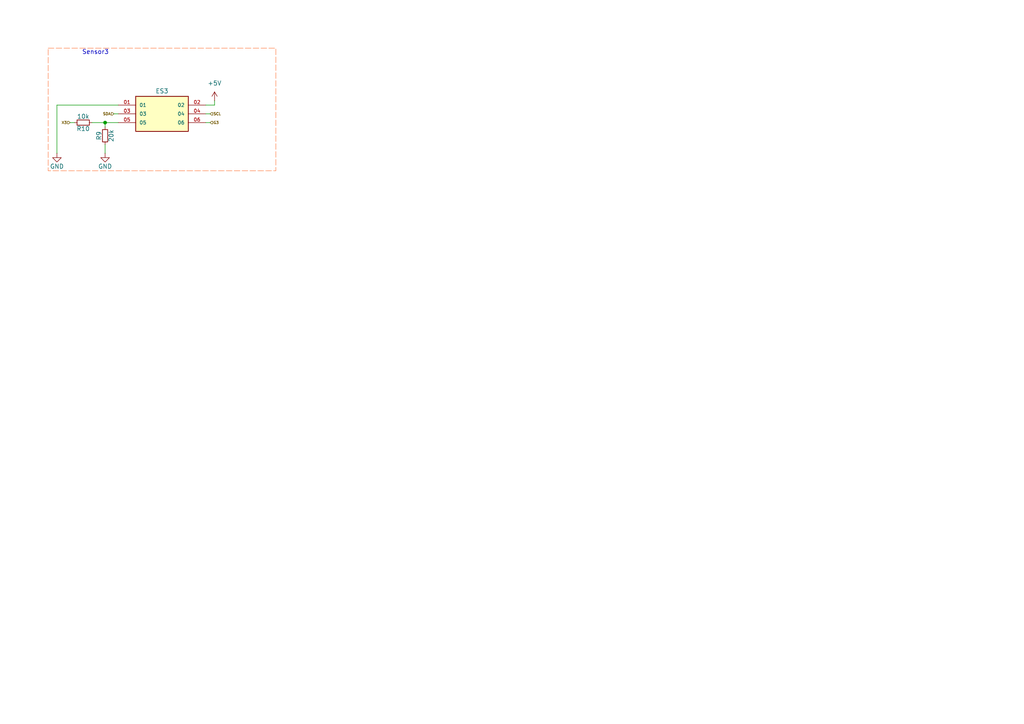
<source format=kicad_sch>
(kicad_sch (version 20231120) (generator "eeschema") (generator_version "8.0")
  (paper "A4")
  (lib_symbols
    (symbol "Device:R_Small" (pin_numbers hide) (pin_names (offset 0.254) hide)
      (property "Reference" "R" (at 0.762 0.508 0))
      (property "Value" "R_Small" (at 0.762 -1.016 0))
      (symbol "R_Small_0_1"
        (rectangle (start -0.762 1.778) (end 0.762 -1.778) (stroke (width 0.2032)))
      )
      (symbol "R_Small_1_1"
        (pin passive line (at 0 2.54 270) (length 0.762) (name "~") (number "1"))
        (pin passive line (at 0 -2.54 90) (length 0.762) (name "~") (number "2"))
      )
    )
    (symbol "MTSW-103-23-F-D-230:MTSW-103-23-F-D-230" (pin_names (offset 1.016))
      (property "Reference" "J" (at -8.12 5.08 0))
      (property "Value" "MTSW-103-23-F-D-230" (at -7.62 -7.62 0))
      (symbol "MTSW-103-23-F-D-230_0_0"
        (rectangle (start -7.62 -5.08) (end 7.62 5.08) (stroke (width 0.254)) (fill (type background)))
        (pin passive line (at -12.7 2.54 0) (length 5.08) (name "01") (number "01"))
        (pin passive line (at 12.7 2.54 180) (length 5.08) (name "02") (number "02"))
        (pin passive line (at -12.7 0 0) (length 5.08) (name "03") (number "03"))
        (pin passive line (at 12.7 0 180) (length 5.08) (name "04") (number "04"))
        (pin passive line (at -12.7 -2.54 0) (length 5.08) (name "05") (number "05"))
        (pin passive line (at 12.7 -2.54 180) (length 5.08) (name "06") (number "06"))
      )
    )
    (symbol "power:+5V" (power) (pin_numbers hide) (pin_names (offset 0) hide)
      (property "Value" "+5V" (at 0 3.556 0))
      (symbol "+5V_0_1"
        (polyline (pts (xy -0.762 1.27) (xy 0 2.54)))
        (polyline (pts (xy 0 0) (xy 0 2.54)))
        (polyline (pts (xy 0 2.54) (xy 0.762 1.27)))
      )
      (symbol "+5V_1_1"
        (pin power_in line (at 0 0 90) (length 0) (name "~") (number "1"))
      )
    )
    (symbol "power:GND" (power) (pin_numbers hide) (pin_names (offset 0) hide)
      (property "Value" "GND" (at 0 -3.81 0))
      (symbol "GND_0_1"
        (polyline (pts (xy 0 0) (xy 0 -1.27) (xy 1.27 -1.27) (xy 0 -2.54) (xy -1.27 -1.27) (xy 0 -1.27)))
      )
      (symbol "GND_1_1"
        (pin power_in line (at 0 0 270) (length 0) (name "~") (number "1"))
      )
    )
  )
  (junction (at 30.48 35.56))
  (wire (pts (xy 59.69 33.02) (xy 60.96 33.02)))
  (wire (pts (xy 16.51 44.45) (xy 16.51 30.48)))
  (wire (pts (xy 59.69 35.56) (xy 60.96 35.56)))
  (wire (pts (xy 30.48 35.56) (xy 30.48 36.83)))
  (wire (pts (xy 30.48 35.56) (xy 34.29 35.56)))
  (wire (pts (xy 33.02 33.02) (xy 34.29 33.02)))
  (wire (pts (xy 20.32 35.56) (xy 21.59 35.56)))
  (wire (pts (xy 30.48 41.91) (xy 30.48 44.45)))
  (wire (pts (xy 16.51 30.48) (xy 34.29 30.48)))
  (wire (pts (xy 26.67 35.56) (xy 30.48 35.56)))
  (wire (pts (xy 62.23 29.21) (xy 62.23 30.48)))
  (wire (pts (xy 59.69 30.48) (xy 62.23 30.48)))
  (rectangle (start 13.97 13.97) (end 80.01 49.53) (stroke (width 0) (type dash) (color 255 133 81 1)))
  (text "Sensor3\n\n" (at 27.686 16.256 0) (effects (font (size 1.27 1.27))))
  (hierarchical_label "X3" (shape input) (at 20.32 35.56 180) (effects (font (size 0.762 0.762))))
  (hierarchical_label "G3" (shape input) (at 60.96 35.56 0) (effects (font (size 0.762 0.762))))
  (hierarchical_label "SCL" (shape input) (at 60.96 33.02 0) (effects (font (size 0.762 0.762))))
  (hierarchical_label "SDA" (shape input) (at 33.02 33.02 180) (effects (font (size 0.762 0.762))))
  (symbol (lib_id "power:GND") (at 30.48 44.45 0) (unit 1)
    (property "Reference" "#PWR031" (effects (hide yes)))
    (property "Value" "GND" (at 30.48 48.26 0))
    (property "Description" "Power symbol creates a global label with name \"GND\" , ground" (effects (hide yes)))
  )
  (symbol (lib_id "Device:R_Small") (at 24.13 35.56 270) (unit 1)
    (property "Reference" "R10" (at 24.13 37.338 90))
    (property "Value" "10k" (at 24.13 33.782 90))
    (property "Footprint" "Resistor_SMD:R_0805_2012Metric" (effects (hide yes)))
    (property "Description" "Resistor, small symbol" (effects (hide yes)))
  )
  (symbol (lib_id "Device:R_Small") (at 30.48 39.37 180) (unit 1)
    (property "Reference" "R9" (at 28.702 39.37 90))
    (property "Value" "20k" (at 32.258 39.37 90))
    (property "Footprint" "Resistor_SMD:R_0805_2012Metric" (effects (hide yes)))
    (property "Description" "Resistor, small symbol" (effects (hide yes)))
  )
  (symbol (lib_id "power:GND") (at 16.51 44.45 0) (unit 1)
    (property "Reference" "#PWR017" (effects (hide yes)))
    (property "Value" "GND" (at 16.51 48.26 0))
    (property "Description" "Power symbol creates a global label with name \"GND\" , ground" (effects (hide yes)))
  )
  (symbol (lib_id "power:+5V") (at 62.23 29.21 0) (unit 1)
    (property "Reference" "#PWR020" (effects (hide yes)))
    (property "Value" "+5V" (at 62.23 24.13 0))
    (property "Description" "Power symbol creates a global label with name \"+5V\"" (effects (hide yes)))
  )
  (symbol (lib_id "MTSW-103-23-F-D-230:MTSW-103-23-F-D-230") (at 46.99 33.02 0) (unit 1)
    (property "Reference" "ES3" (at 46.99 26.416 0))
    (property "Value" "MTSW-103-23-F-D-230" (effects (hide yes)))
    (property "Footprint" "MTSW-103-23-F-D-230:SAMTEC_MTSW-103-23-F-D-230" (effects (hide yes)))
    (property "MF" "Samtec" (effects (hide yes)))
    (property "Description_1" "\nCONN HEADER VERT 6POS 2.54MM\n" (effects (hide yes)))
    (property "Package" "None" (effects (hide yes)))
    (property "Price" "None" (effects (hide yes)))
    (property "Check_prices" "https://www.snapeda.com/parts/MTSW-103-23-F-D-230/Samtec/view-part/?ref=eda" (effects (hide yes)))
    (property "STANDARD" "Manufacturer Recommendations" (effects (hide yes)))
    (property "PARTREV" "R" (effects (hide yes)))
    (property "SnapEDA_Link" "https://www.snapeda.com/parts/MTSW-103-23-F-D-230/Samtec/view-part/?ref=snap" (effects (hide yes)))
    (property "MP" "MTSW-103-23-F-D-230" (effects (hide yes)))
    (property "Availability" "In Stock" (effects (hide yes)))
    (property "MANUFACTURER" "Samtec" (effects (hide yes)))
  )
)
</source>
